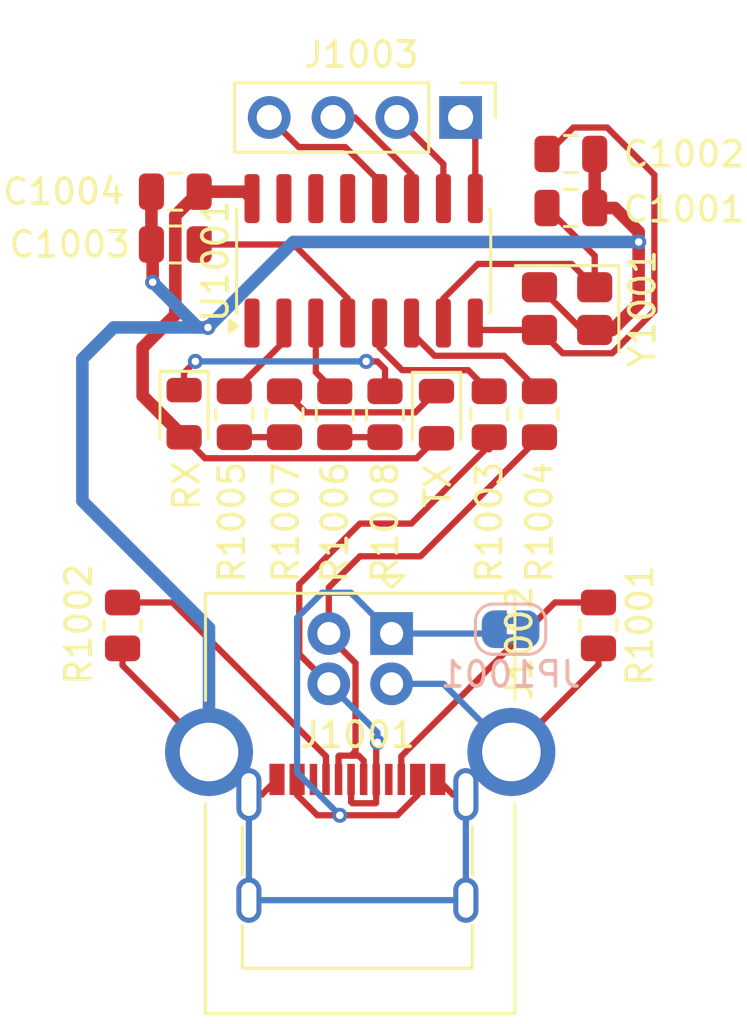
<source format=kicad_pcb>
(kicad_pcb (version 20241229) (generator "pcbnew") (generator_version "9.0")
  (layers (0 "F.Cu" signal) (2 "B.Cu" signal) (13 "F.Paste" user) (15 "B.Paste" user) (5 "F.SilkS" user "F.Silkscreen") (7 "B.SilkS" user "B.Silkscreen") (1 "F.Mask" user) (3 "B.Mask" user) (25 "Edge.Cuts" user))
  (net 0 "")
  (net 1 "Net-(U1001-XI)")
  (net 2 "/GND")
  (net 3 "/Vcc")
  (net 4 "Net-(U1001-XO)")
  (net 5 "Net-(U1001-V3)")
  (net 6 "Net-(D1001-K)")
  (net 7 "Net-(D1002-K)")
  (net 9 "Net-(J1001-CC1)")
  (net 10 "Net-(J1002-D+)")
  (net 11 "Net-(J1002-VBUS)")
  (net 12 "Net-(J1001-CC2)")
  (net 13 "Net-(J1002-D-)")
  (net 15 "Net-(J1003-Pin_4)")
  (net 16 "Net-(J1003-Pin_1)")
  (net 17 "Net-(J1003-Pin_3)")
  (net 18 "Net-(J1003-Pin_2)")
  (net 19 "/5Vusb")
  (net 20 "/TX")
  (net 21 "Net-(U1001-UD+)")
  (net 22 "/RX")
  (net 23 "Net-(U1001-UD-)")
  (net 24 "Net-(U1001-TXD)")
  (net 25 "Net-(U1001-RXD)")
  (net 26 "/DTR")
  (footprint "Diode_SMD:D_0805_2012Metric" (layer "F.Cu") (at 81.45 72.23 -90)
    (property "Reference" "RX" (at 2.87 -0.1 90) (layer "F.SilkS"))
    (property "Value" "LED_RX")
    (fp_line (start -1.685 0.96) (end 1 0.96) (stroke (width 0.12)) (layer "F.SilkS"))
    (fp_line (start -1.685 -0.96) (end -1.685 0.96) (stroke (width 0.12)) (layer "F.SilkS"))
    (fp_line (start 1 -0.96) (end -1.685 -0.96) (stroke (width 0.12)) (layer "F.SilkS"))
    (pad "1" smd roundrect (at -0.9375 0 270) (size 0.975 1.4) (layers "F.Cu" "F.Mask" "F.Paste") (net 7 "Net-(D1002-K)"))
    (pad "2" smd roundrect (at 0.9375 0 270) (size 0.975 1.4) (layers "F.Cu" "F.Mask" "F.Paste") (net 3 "/Vcc"))
  )
  (footprint "Resistor_SMD:R_0805_2012Metric" (layer "F.Cu") (at 89.45 72.25 90)
    (property "Reference" "R1008" (at -4.3 0 90) (layer "F.SilkS"))
    (property "Value" "1k")
    (fp_line (start -0.227064 -0.735) (end 0.227064 -0.735) (stroke (width 0.12)) (layer "F.SilkS"))
    (fp_line (start -0.227064 0.735) (end 0.227064 0.735) (stroke (width 0.12)) (layer "F.SilkS"))
    (pad "1" smd roundrect (at -0.9125 0 90) (size 1.025 1.4) (layers "F.Cu" "F.Mask" "F.Paste") (roundrect_rratio 0.243902) (net 22 "/RX"))
    (pad "2" smd roundrect (at 0.9125 0 90) (size 1.025 1.4) (layers "F.Cu" "F.Mask" "F.Paste") (roundrect_rratio 0.243902) (net 7 "Net-(D1002-K)"))
  )
  (footprint "Capacitor_SMD:C_0805_2012Metric" (layer "F.Cu") (at 96.85 61.9)
    (property "Reference" "C1002" (at 4.5 0.01 0) (layer "F.SilkS"))
    (property "Value" "22pF")
    (fp_line (start -0.261252 -0.735) (end 0.261252 -0.735) (stroke (width 0.12)) (layer "F.SilkS"))
    (fp_line (start -0.261252 0.735) (end 0.261252 0.735) (stroke (width 0.12)) (layer "F.SilkS"))
    (pad "1" smd roundrect (at -0.95 0) (size 1 1.45) (layers "F.Cu" "F.Mask" "F.Paste") (net 4 "Net-(U1001-XO)"))
    (pad "2" smd roundrect (at 0.95 0) (size 1 1.45) (layers "F.Cu" "F.Mask" "F.Paste") (net 2 "/GND"))
  )
  (footprint "Connector_USB:USB_C_Receptacle_G-Switch_GT-USB-7010ASV" (layer "F.Cu") (at 88.35 90.5)
    (property "Reference" "J1001" (at 0 -5.5 0) (layer "F.SilkS"))
    (property "Value" "USB_C_Receptacle_USB2.0")
    (fp_line (start -4.58 -1.85) (end -4.58 0.07) (stroke (width 0.12)) (layer "F.SilkS"))
    (fp_line (start -4.58 3.785) (end -4.58 2.08) (stroke (width 0.12)) (layer "F.SilkS"))
    (fp_line (start 4.58 0.07) (end 4.58 -1.85) (stroke (width 0.12)) (layer "F.SilkS"))
    (fp_line (start 4.58 2.08) (end 4.58 3.785) (stroke (width 0.12)) (layer "F.SilkS"))
    (fp_line (start 4.58 3.785) (end -4.58 3.785) (stroke (width 0.12)) (layer "F.SilkS"))
    (pad "" np_thru_hole circle (at -2.89 -2.605) (size 0.65 0.65) (drill 0.65) (layers "*.Cu" "*.Mask"))
    (pad "" np_thru_hole circle (at 2.89 -2.605) (size 0.65 0.65) (drill 0.65) (layers "*.Cu" "*.Mask"))
    (pad "A1" smd rect (at -3.2 -3.725) (size 0.6 1.24) (layers "F.Cu" "F.Mask" "F.Paste") (net 2 "/GND"))
    (pad "A4" smd rect (at -2.4 -3.725) (size 0.6 1.24) (layers "F.Cu" "F.Mask" "F.Paste") (net 11 "Net-(J1002-VBUS)"))
    (pad "A5" smd rect (at -1.25 -3.725) (size 0.3 1.24) (layers "F.Cu" "F.Mask" "F.Paste") (net 9 "Net-(J1001-CC1)"))
    (pad "A6" smd rect (at -0.25 -3.725) (size 0.3 1.24) (layers "F.Cu" "F.Mask" "F.Paste") (net 10 "Net-(J1002-D+)"))
    (pad "A7" smd rect (at 0.25 -3.725) (size 0.3 1.24) (layers "F.Cu" "F.Mask" "F.Paste") (net 13 "Net-(J1002-D-)"))
    (pad "A8" smd rect (at 1.25 -3.725) (size 0.3 1.24) (layers "F.Cu" "F.Mask" "F.Paste"))
    (pad "A9" smd rect (at 2.4 -3.725) (size 0.6 1.24) (layers "F.Cu" "F.Mask" "F.Paste") (net 11 "Net-(J1002-VBUS)"))
    (pad "A12" smd rect (at 3.2 -3.725) (size 0.6 1.24) (layers "F.Cu" "F.Mask" "F.Paste") (net 2 "/GND"))
    (pad "B1" smd rect (at 3.2 -3.725) (size 0.6 1.24) (layers "F.Cu" "F.Mask" "F.Paste") (net 2 "/GND"))
    (pad "B4" smd rect (at 2.4 -3.725) (size 0.6 1.24) (layers "F.Cu" "F.Mask" "F.Paste") (net 11 "Net-(J1002-VBUS)"))
    (pad "B5" smd rect (at 1.75 -3.725) (size 0.3 1.24) (layers "F.Cu" "F.Mask" "F.Paste") (net 12 "Net-(J1001-CC2)"))
    (pad "B6" smd rect (at 0.75 -3.725) (size 0.3 1.24) (layers "F.Cu" "F.Mask" "F.Paste") (net 10 "Net-(J1002-D+)"))
    (pad "B7" smd rect (at -0.75 -3.725) (size 0.3 1.24) (layers "F.Cu" "F.Mask" "F.Paste") (net 13 "Net-(J1002-D-)"))
    (pad "B8" smd rect (at -1.75 -3.725) (size 0.3 1.24) (layers "F.Cu" "F.Mask" "F.Paste"))
    (pad "B9" smd rect (at -2.4 -3.725) (size 0.6 1.24) (layers "F.Cu" "F.Mask" "F.Paste") (net 11 "Net-(J1002-VBUS)"))
    (pad "B12" smd rect (at -3.2 -3.725) (size 0.6 1.24) (layers "F.Cu" "F.Mask" "F.Paste") (net 2 "/GND"))
    (pad "S1" thru_hole oval (at -4.32 -3.125) (size 1 2.1) (drill oval 0.6 1.7) (property pad_prop_heatsink) (layers "*.Cu" "*.Mask") (net 2 "/GND"))
    (pad "S1" thru_hole oval (at -4.32 1.075) (size 1 1.8) (drill oval 0.6 1.4) (property pad_prop_heatsink) (layers "*.Cu" "*.Mask") (net 2 "/GND"))
    (pad "S1" thru_hole oval (at 4.32 -3.125) (size 1 2.1) (drill oval 0.6 1.7) (property pad_prop_heatsink) (layers "*.Cu" "*.Mask") (net 2 "/GND"))
    (pad "S1" thru_hole oval (at 4.32 1.075) (size 1 1.8) (drill oval 0.6 1.4) (property pad_prop_heatsink) (layers "*.Cu" "*.Mask") (net 2 "/GND"))
  )
  (footprint "Package_SO:SOIC-16_3.9x9.9mm_P1.27mm" (layer "F.Cu") (at 88.6 66.15 90)
    (property "Reference" "U1001" (at 0 -5.9 90) (layer "F.SilkS"))
    (property "Value" "CH340G")
    (fp_line (start 2.06 -5.06) (end 2.06 -5.005) (stroke (width 0.12)) (layer "F.SilkS"))
    (fp_line (start -2.06 -5.06) (end 2.06 -5.06) (stroke (width 0.12)) (layer "F.SilkS"))
    (fp_line (start -2.06 -5.005) (end -2.06 -5.06) (stroke (width 0.12)) (layer "F.SilkS"))
    (fp_line (start 2.06 5.005) (end 2.06 5.06) (stroke (width 0.12)) (layer "F.SilkS"))
    (fp_line (start 2.06 5.06) (end -2.06 5.06) (stroke (width 0.12)) (layer "F.SilkS"))
    (fp_line (start -2.06 5.06) (end -2.06 5.005) (stroke (width 0.12)) (layer "F.SilkS"))
    (fp_poly (pts (xy -2.6 -5.01) (xy -2.84 -5.34) (xy -2.36 -5.34)) (stroke (width 0.12)) (fill yes) (layer "F.SilkS"))
    (pad "1" smd roundrect (at -2.475 -4.445 90) (size 1.95 0.6) (layers "F.Cu" "F.Mask" "F.Paste") (net 2 "/GND"))
    (pad "2" smd roundrect (at -2.475 -3.175 90) (size 1.95 0.6) (layers "F.Cu" "F.Mask" "F.Paste") (net 24 "Net-(U1001-TXD)"))
    (pad "3" smd roundrect (at -2.475 -1.905 90) (size 1.95 0.6) (layers "F.Cu" "F.Mask" "F.Paste") (net 25 "Net-(U1001-RXD)"))
    (pad "4" smd roundrect (at -2.475 -0.635 90) (size 1.95 0.6) (layers "F.Cu" "F.Mask" "F.Paste") (net 5 "Net-(U1001-V3)"))
    (pad "5" smd roundrect (at -2.475 0.635 90) (size 1.95 0.6) (layers "F.Cu" "F.Mask" "F.Paste") (net 21 "Net-(U1001-UD+)"))
    (pad "6" smd roundrect (at -2.475 1.905 90) (size 1.95 0.6) (layers "F.Cu" "F.Mask" "F.Paste") (net 23 "Net-(U1001-UD-)"))
    (pad "7" smd roundrect (at -2.475 3.175 90) (size 1.95 0.6) (layers "F.Cu" "F.Mask" "F.Paste") (net 1 "Net-(U1001-XI)"))
    (pad "8" smd roundrect (at -2.475 4.445 90) (size 1.95 0.6) (layers "F.Cu" "F.Mask" "F.Paste") (net 4 "Net-(U1001-XO)"))
    (pad "9" smd roundrect (at 2.475 4.445 90) (size 1.95 0.6) (layers "F.Cu" "F.Mask" "F.Paste") (net 16 "Net-(J1003-Pin_1)"))
    (pad "10" smd roundrect (at 2.475 3.175 90) (size 1.95 0.6) (layers "F.Cu" "F.Mask" "F.Paste") (net 18 "Net-(J1003-Pin_2)"))
    (pad "11" smd roundrect (at 2.475 1.905 90) (size 1.95 0.6) (layers "F.Cu" "F.Mask" "F.Paste") (net 17 "Net-(J1003-Pin_3)"))
    (pad "12" smd roundrect (at 2.475 0.635 90) (size 1.95 0.6) (layers "F.Cu" "F.Mask" "F.Paste") (net 15 "Net-(J1003-Pin_4)"))
    (pad "13" smd roundrect (at 2.475 -0.635 90) (size 1.95 0.6) (layers "F.Cu" "F.Mask" "F.Paste") (net 26 "/DTR"))
    (pad "14" smd roundrect (at 2.475 -1.905 90) (size 1.95 0.6) (layers "F.Cu" "F.Mask" "F.Paste"))
    (pad "15" smd roundrect (at 2.475 -3.175 90) (size 1.95 0.6) (layers "F.Cu" "F.Mask" "F.Paste"))
    (pad "16" smd roundrect (at 2.475 -4.445 90) (size 1.95 0.6) (layers "F.Cu" "F.Mask" "F.Paste") (net 3 "/Vcc"))
  )
  (footprint "Resistor_SMD:R_0805_2012Metric" (layer "F.Cu") (at 97.95 80.65 -90)
    (property "Reference" "R1001" (at 0 -1.65 90) (layer "F.SilkS"))
    (property "Value" "5k1")
    (fp_line (start -0.227064 0.735) (end 0.227064 0.735) (stroke (width 0.12)) (layer "F.SilkS"))
    (fp_line (start -0.227064 -0.735) (end 0.227064 -0.735) (stroke (width 0.12)) (layer "F.SilkS"))
    (pad "1" smd roundrect (at -0.9125 0 270) (size 1.025 1.4) (layers "F.Cu" "F.Mask" "F.Paste") (roundrect_rratio 0.243902) (net 12 "Net-(J1001-CC2)"))
    (pad "2" smd roundrect (at 0.9125 0 270) (size 1.025 1.4) (layers "F.Cu" "F.Mask" "F.Paste") (roundrect_rratio 0.243902) (net 2 "/GND"))
  )
  (footprint "Capacitor_SMD:C_0805_2012Metric" (layer "F.Cu") (at 81.1 65.5 180)
    (property "Reference" "C1003" (at 4.2 0 0) (layer "F.SilkS"))
    (property "Value" "100nF")
    (fp_line (start -0.261252 0.735) (end 0.261252 0.735) (stroke (width 0.12)) (layer "F.SilkS"))
    (fp_line (start -0.261252 -0.735) (end 0.261252 -0.735) (stroke (width 0.12)) (layer "F.SilkS"))
    (pad "1" smd roundrect (at -0.95 0 180) (size 1 1.45) (layers "F.Cu" "F.Mask" "F.Paste") (net 5 "Net-(U1001-V3)"))
    (pad "2" smd roundrect (at 0.95 0 180) (size 1 1.45) (layers "F.Cu" "F.Mask" "F.Paste") (net 2 "/GND"))
  )
  (footprint "Connector_USB:USB_B_OST_USB-B1HSxx_Horizontal" (layer "F.Cu") (at 89.7125 80.9725 -90)
    (property "Reference" "J1002" (at 0.3775 -5.0875 90) (layer "F.SilkS"))
    (property "Value" "USB_B")
    (fp_line (start -1.6 7.41) (end 2.66 7.41) (stroke (width 0.12)) (layer "F.SilkS"))
    (fp_line (start 15.12 7.41) (end 6.76 7.41) (stroke (width 0.12)) (layer "F.SilkS"))
    (fp_line (start -2.32 0.5) (end -1.82 0) (stroke (width 0.12)) (layer "F.SilkS"))
    (fp_line (start -1.82 0) (end -2.32 -0.5) (stroke (width 0.12)) (layer "F.SilkS"))
    (fp_line (start -2.32 -0.5) (end -2.32 0.5) (stroke (width 0.12)) (layer "F.SilkS"))
    (fp_line (start -1.6 -4.91) (end -1.6 7.41) (stroke (width 0.12)) (layer "F.SilkS"))
    (fp_line (start 2.66 -4.91) (end -1.6 -4.91) (stroke (width 0.12)) (layer "F.SilkS"))
    (fp_line (start 6.76 -4.91) (end 15.12 -4.91) (stroke (width 0.12)) (layer "F.SilkS"))
    (fp_line (start 15.12 -4.91) (end 15.12 7.41) (stroke (width 0.12)) (layer "F.SilkS"))
    (pad "1" thru_hole rect (at 0 0 270) (size 1.7 1.7) (drill 0.92) (layers "*.Cu" "*.Mask") (net 11 "Net-(J1002-VBUS)"))
    (pad "2" thru_hole circle (at 0 2.5 270) (size 1.7 1.7) (drill 0.92) (layers "*.Cu" "*.Mask") (net 13 "Net-(J1002-D-)"))
    (pad "3" thru_hole circle (at 2 2.5 270) (size 1.7 1.7) (drill 0.92) (layers "*.Cu" "*.Mask") (net 10 "Net-(J1002-D+)"))
    (pad "4" thru_hole circle (at 2 0 270) (size 1.7 1.7) (drill 0.92) (layers "*.Cu" "*.Mask") (net 2 "/GND"))
    (pad "5" thru_hole circle (at 4.71 -4.77 270) (size 3.5 3.5) (drill 2.33) (layers "*.Cu" "*.Mask") (net 2 "/GND"))
    (pad "5" thru_hole circle (at 4.71 7.27 270) (size 3.5 3.5) (drill 2.33) (layers "*.Cu" "*.Mask") (net 2 "/GND"))
  )
  (footprint "Capacitor_SMD:C_0805_2012Metric" (layer "F.Cu") (at 81.1 63.4 180)
    (property "Reference" "C1004" (at 4.45 0 0) (layer "F.SilkS"))
    (property "Value" "100nF")
    (fp_line (start -0.261252 0.735) (end 0.261252 0.735) (stroke (width 0.12)) (layer "F.SilkS"))
    (fp_line (start -0.261252 -0.735) (end 0.261252 -0.735) (stroke (width 0.12)) (layer "F.SilkS"))
    (pad "1" smd roundrect (at -0.95 0 180) (size 1 1.45) (layers "F.Cu" "F.Mask" "F.Paste") (net 3 "/Vcc"))
    (pad "2" smd roundrect (at 0.95 0 180) (size 1 1.45) (layers "F.Cu" "F.Mask" "F.Paste") (net 2 "/GND"))
  )
  (footprint "Crystal:Crystal_SMD_Abracon_ABM8G-4Pin_3.2x2.5mm" (layer "F.Cu") (at 96.7 68.05 180)
    (property "Reference" "Y1001" (at -3 0 90) (layer "F.SilkS"))
    (property "Value" "12Mhz")
    (fp_line (start -2.06 1.71) (end 2.06 1.71) (stroke (width 0.12)) (layer "F.SilkS"))
    (fp_line (start -2.06 -1.71) (end -2.06 1.71) (stroke (width 0.12)) (layer "F.SilkS"))
    (pad "1" smd roundrect (at -1.1 0.85 180) (size 1.4 1.2) (layers "F.Cu" "F.Mask" "F.Paste") (roundrect_rratio 0.208333) (net 1 "Net-(U1001-XI)"))
    (pad "2" smd roundrect (at 1.1 0.85 180) (size 1.4 1.2) (layers "F.Cu" "F.Mask" "F.Paste") (roundrect_rratio 0.208333) (net 2 "/GND"))
    (pad "3" smd roundrect (at 1.1 -0.85 180) (size 1.4 1.2) (layers "F.Cu" "F.Mask" "F.Paste") (roundrect_rratio 0.208333) (net 4 "Net-(U1001-XO)"))
    (pad "4" smd roundrect (at -1.1 -0.85 180) (size 1.4 1.2) (layers "F.Cu" "F.Mask" "F.Paste") (roundrect_rratio 0.208333) (net 2 "/GND"))
  )
  (footprint "Resistor_SMD:R_0805_2012Metric" (layer "F.Cu") (at 83.45 72.25 -90)
    (property "Reference" "R1005" (at 4.3 0.1 90) (layer "F.SilkS"))
    (property "Value" "1k")
    (fp_line (start -0.227064 0.735) (end 0.227064 0.735) (stroke (width 0.12)) (layer "F.SilkS"))
    (fp_line (start -0.227064 -0.735) (end 0.227064 -0.735) (stroke (width 0.12)) (layer "F.SilkS"))
    (pad "1" smd roundrect (at -0.9125 0 270) (size 1.025 1.4) (layers "F.Cu" "F.Mask" "F.Paste") (roundrect_rratio 0.243902) (net 24 "Net-(U1001-TXD)"))
    (pad "2" smd roundrect (at 0.9125 0 270) (size 1.025 1.4) (layers "F.Cu" "F.Mask" "F.Paste") (roundrect_rratio 0.243902) (net 20 "/TX"))
  )
  (footprint "Resistor_SMD:R_0805_2012Metric" (layer "F.Cu") (at 87.45 72.25 -90)
    (property "Reference" "R1006" (at 4.3 0 90) (layer "F.SilkS"))
    (property "Value" "1k")
    (fp_line (start -0.227064 0.735) (end 0.227064 0.735) (stroke (width 0.12)) (layer "F.SilkS"))
    (fp_line (start -0.227064 -0.735) (end 0.227064 -0.735) (stroke (width 0.12)) (layer "F.SilkS"))
    (pad "1" smd roundrect (at -0.9125 0 270) (size 1.025 1.4) (layers "F.Cu" "F.Mask" "F.Paste") (roundrect_rratio 0.243902) (net 25 "Net-(U1001-RXD)"))
    (pad "2" smd roundrect (at 0.9125 0 270) (size 1.025 1.4) (layers "F.Cu" "F.Mask" "F.Paste") (roundrect_rratio 0.243902) (net 22 "/RX"))
  )
  (footprint "Resistor_SMD:R_0805_2012Metric" (layer "F.Cu") (at 79 80.65 -90)
    (property "Reference" "R1002" (at -0.05 1.75 90) (layer "F.SilkS"))
    (property "Value" "5k1")
    (fp_line (start -0.227064 0.735) (end 0.227064 0.735) (stroke (width 0.12)) (layer "F.SilkS"))
    (fp_line (start -0.227064 -0.735) (end 0.227064 -0.735) (stroke (width 0.12)) (layer "F.SilkS"))
    (pad "1" smd roundrect (at -0.9125 0 270) (size 1.025 1.4) (layers "F.Cu" "F.Mask" "F.Paste") (roundrect_rratio 0.243902) (net 9 "Net-(J1001-CC1)"))
    (pad "2" smd roundrect (at 0.9125 0 270) (size 1.025 1.4) (layers "F.Cu" "F.Mask" "F.Paste") (roundrect_rratio 0.243902) (net 2 "/GND"))
  )
  (footprint "Capacitor_SMD:C_0805_2012Metric" (layer "F.Cu") (at 96.85 64.05)
    (property "Reference" "C1001" (at 4.5 0.05 0) (layer "F.SilkS"))
    (property "Value" "22pF")
    (fp_line (start -0.261252 -0.735) (end 0.261252 -0.735) (stroke (width 0.12)) (layer "F.SilkS"))
    (fp_line (start -0.261252 0.735) (end 0.261252 0.735) (stroke (width 0.12)) (layer "F.SilkS"))
    (pad "1" smd roundrect (at -0.95 0) (size 1 1.45) (layers "F.Cu" "F.Mask" "F.Paste") (net 1 "Net-(U1001-XI)"))
    (pad "2" smd roundrect (at 0.95 0) (size 1 1.45) (layers "F.Cu" "F.Mask" "F.Paste") (net 2 "/GND"))
  )
  (footprint "Connector_PinHeader_2.54mm:PinHeader_1x04_P2.54mm_Vertical" (layer "F.Cu") (at 92.46 60.45 -90)
    (property "Reference" "J1003" (at -2.5 3.96 180) (layer "F.SilkS"))
    (property "Value" "Conn_01x04")
    (fp_line (start -1.38 9) (end 1.38 9) (stroke (width 0.12)) (layer "F.SilkS"))
    (fp_line (start -1.38 1.27) (end -1.38 9) (stroke (width 0.12)) (layer "F.SilkS"))
    (fp_line (start -1.38 1.27) (end 1.38 1.27) (stroke (width 0.12)) (layer "F.SilkS"))
    (fp_line (start 1.38 1.27) (end 1.38 9) (stroke (width 0.12)) (layer "F.SilkS"))
    (fp_line (start -1.38 0) (end -1.38 -1.38) (stroke (width 0.12)) (layer "F.SilkS"))
    (fp_line (start -1.38 -1.38) (end 0 -1.38) (stroke (width 0.12)) (layer "F.SilkS"))
    (pad "1" thru_hole rect (at 0 0 270) (size 1.7 1.7) (drill 1) (layers "*.Cu" "*.Mask") (net 16 "Net-(J1003-Pin_1)"))
    (pad "2" thru_hole circle (at 0 2.54 270) (size 1.7 1.7) (drill 1) (layers "*.Cu" "*.Mask") (net 18 "Net-(J1003-Pin_2)"))
    (pad "3" thru_hole circle (at 0 5.08 270) (size 1.7 1.7) (drill 1) (layers "*.Cu" "*.Mask") (net 17 "Net-(J1003-Pin_3)"))
    (pad "4" thru_hole circle (at 0 7.62 270) (size 1.7 1.7) (drill 1) (layers "*.Cu" "*.Mask") (net 15 "Net-(J1003-Pin_4)"))
  )
  (footprint "Resistor_SMD:R_0805_2012Metric" (layer "F.Cu") (at 93.6 72.25 90)
    (property "Reference" "R1003" (at -4.3 0 90) (layer "F.SilkS"))
    (property "Value" "51")
    (fp_line (start -0.227064 -0.735) (end 0.227064 -0.735) (stroke (width 0.12)) (layer "F.SilkS"))
    (fp_line (start -0.227064 0.735) (end 0.227064 0.735) (stroke (width 0.12)) (layer "F.SilkS"))
    (pad "1" smd roundrect (at -0.9125 0 90) (size 1.025 1.4) (layers "F.Cu" "F.Mask" "F.Paste") (roundrect_rratio 0.243902) (net 10 "Net-(J1002-D+)"))
    (pad "2" smd roundrect (at 0.9125 0 90) (size 1.025 1.4) (layers "F.Cu" "F.Mask" "F.Paste") (roundrect_rratio 0.243902) (net 21 "Net-(U1001-UD+)"))
  )
  (footprint "Diode_SMD:D_0805_2012Metric" (layer "F.Cu") (at 91.5 72.27 -90)
    (property "Reference" "TX" (at 2.83 -0.05 90) (layer "F.SilkS"))
    (property "Value" "LED_TX")
    (fp_line (start -1.685 0.96) (end 1 0.96) (stroke (width 0.12)) (layer "F.SilkS"))
    (fp_line (start -1.685 -0.96) (end -1.685 0.96) (stroke (width 0.12)) (layer "F.SilkS"))
    (fp_line (start 1 -0.96) (end -1.685 -0.96) (stroke (width 0.12)) (layer "F.SilkS"))
    (pad "1" smd roundrect (at -0.9375 0 270) (size 0.975 1.4) (layers "F.Cu" "F.Mask" "F.Paste") (net 6 "Net-(D1001-K)"))
    (pad "2" smd roundrect (at 0.9375 0 270) (size 0.975 1.4) (layers "F.Cu" "F.Mask" "F.Paste") (net 3 "/Vcc"))
  )
  (footprint "Resistor_SMD:R_0805_2012Metric" (layer "F.Cu") (at 85.45 72.25 90)
    (property "Reference" "R1007" (at -4.3 0.05 90) (layer "F.SilkS"))
    (property "Value" "1k")
    (fp_line (start -0.227064 -0.735) (end 0.227064 -0.735) (stroke (width 0.12)) (layer "F.SilkS"))
    (fp_line (start -0.227064 0.735) (end 0.227064 0.735) (stroke (width 0.12)) (layer "F.SilkS"))
    (pad "1" smd roundrect (at -0.9125 0 90) (size 1.025 1.4) (layers "F.Cu" "F.Mask" "F.Paste") (roundrect_rratio 0.243902) (net 20 "/TX"))
    (pad "2" smd roundrect (at 0.9125 0 90) (size 1.025 1.4) (layers "F.Cu" "F.Mask" "F.Paste") (roundrect_rratio 0.243902) (net 6 "Net-(D1001-K)"))
  )
  (footprint "Resistor_SMD:R_0805_2012Metric" (layer "F.Cu") (at 95.6 72.25 90)
    (property "Reference" "R1004" (at -4.3 0 90) (layer "F.SilkS"))
    (property "Value" "51")
    (fp_line (start -0.227064 -0.735) (end 0.227064 -0.735) (stroke (width 0.12)) (layer "F.SilkS"))
    (fp_line (start -0.227064 0.735) (end 0.227064 0.735) (stroke (width 0.12)) (layer "F.SilkS"))
    (pad "1" smd roundrect (at -0.9125 0 90) (size 1.025 1.4) (layers "F.Cu" "F.Mask" "F.Paste") (roundrect_rratio 0.243902) (net 13 "Net-(J1002-D-)"))
    (pad "2" smd roundrect (at 0.9125 0 90) (size 1.025 1.4) (layers "F.Cu" "F.Mask" "F.Paste") (roundrect_rratio 0.243902) (net 23 "Net-(U1001-UD-)"))
  )
  (footprint "Jumper:SolderJumper-2_P1.3mm_Bridged2Bar_RoundedPad1.0x1.5mm" (layer "B.Cu") (at 94.45 80.8)
    (property "Reference" "JP1001" (at 0 1.8 0) (layer "B.SilkS") (effects (justify mirror)))
    (property "Value" "Vusb")
    (fp_poly (pts (xy -0.25 -0.2) (xy 0.25 -0.2) (xy 0.25 -0.6) (xy -0.25 -0.6)) (fill yes) (layer "B.Cu"))
    (fp_poly (pts (xy -0.25 0.6) (xy 0.25 0.6) (xy 0.25 0.2) (xy -0.25 0.2)) (fill yes) (layer "B.Cu"))
    (fp_line (start -1.4 -0.3) (end -1.4 0.3) (stroke (width 0.12)) (layer "B.SilkS"))
    (fp_line (start -0.7 1) (end 0.7 1) (stroke (width 0.12)) (layer "B.SilkS"))
    (fp_line (start 0.7 -1) (end -0.7 -1) (stroke (width 0.12)) (layer "B.SilkS"))
    (fp_line (start 1.4 0.3) (end 1.4 -0.3) (stroke (width 0.12)) (layer "B.SilkS"))
    (fp_arc (start -1.4 -0.3) (mid -1.194975 -0.794975) (end -0.7 -1) (stroke (width 0.12)) (layer "B.SilkS"))
    (fp_arc (start -0.7 1) (mid -1.194975 0.794975) (end -1.4 0.3) (stroke (width 0.12)) (layer "B.SilkS"))
    (fp_arc (start 0.7 -1) (mid 1.194975 -0.794975) (end 1.4 -0.3) (stroke (width 0.12)) (layer "B.SilkS"))
    (fp_arc (start 1.4 0.3) (mid 1.194975 0.794975) (end 0.7 1) (stroke (width 0.12)) (layer "B.SilkS"))
    (pad "1" smd custom (at -0.65 0) (size 1 0.5) (layers "B.Cu" "B.Mask") (net 11 "Net-(J1002-VBUS)") (options (clearance outline) (anchor rect)) (primitives (gr_circle (center 0 -0.25) (end 0.5 -0.25) (width 0) (fill yes)) (gr_circle (center 0 0.25) (end 0.5 0.25) (width 0) (fill yes)) (gr_poly (pts (xy 0.5 -0.75) (xy 0 -0.75) (xy 0 0.75) (xy 0.5 0.75)) (width 0) (fill yes))))
    (pad "2" smd custom (at 0.65 0) (size 1 0.5) (layers "B.Cu" "B.Mask") (net 19 "/5Vusb") (options (clearance outline) (anchor rect)) (primitives (gr_circle (center 0 -0.25) (end 0.5 -0.25) (width 0) (fill yes)) (gr_circle (center 0 0.25) (end 0.5 0.25) (width 0) (fill yes)) (gr_poly (pts (xy 0 -0.75) (xy -0.5 -0.75) (xy -0.5 0.75) (xy 0 0.75)) (width 0) (fill yes))))
  )
  (segment (start 96.874 66.274) (end 93.151001 66.274) (width 0.25) (layer "F.Cu") (net 1))
  (segment (start 97.8 67.2) (end 97.8 65.95) (width 0.25) (layer "F.Cu") (net 1))
  (segment (start 93.151001 66.274) (end 91.775 67.650001) (width 0.25) (layer "F.Cu") (net 1))
  (segment (start 91.775 67.650001) (end 91.775 68.625) (width 0.25) (layer "F.Cu") (net 1))
  (segment (start 97.8 65.95) (end 95.9 64.05) (width 0.25) (layer "F.Cu") (net 1))
  (segment (start 97.8 67.2) (end 96.874 66.274) (width 0.25) (layer "F.Cu") (net 1))
  (segment (start 79 82.24) (end 79 81.5625) (width 0.25) (layer "F.Cu") (net 2))
  (segment (start 98.6 64.05) (end 97.8 64.05) (width 0.5) (layer "F.Cu") (net 2))
  (segment (start 80.15 65.5) (end 80.15 63.4) (width 0.5) (layer "F.Cu") (net 2))
  (segment (start 99.55 65.4) (end 99.55 65) (width 0.5) (layer "F.Cu") (net 2))
  (segment (start 92.15 87.375) (end 91.55 86.775) (width 0.25) (layer "F.Cu") (net 2))
  (segment (start 97.3 68.9) (end 97.8 68.9) (width 0.25) (layer "F.Cu") (net 2))
  (segment (start 97.95 82.215) (end 97.95 81.5625) (width 0.25) (layer "F.Cu") (net 2))
  (segment (start 94.4825 85.6825) (end 97.95 82.215) (width 0.25) (layer "F.Cu") (net 2))
  (segment (start 99.55 65) (end 98.6 64.05) (width 0.5) (layer "F.Cu") (net 2))
  (segment (start 99.55 67.85) (end 98.5 68.9) (width 0.5) (layer "F.Cu") (net 2))
  (segment (start 80.2 65.55) (end 80.15 65.5) (width 0.5) (layer "F.Cu") (net 2))
  (segment (start 80.2 67) (end 80.2 65.55) (width 0.5) (layer "F.Cu") (net 2))
  (segment (start 82.4425 85.6825) (end 79 82.24) (width 0.25) (layer "F.Cu") (net 2))
  (segment (start 84.03 87.375) (end 84.55 87.375) (width 0.25) (layer "F.Cu") (net 2))
  (segment (start 97.8 64.05) (end 97.8 61.9) (width 0.5) (layer "F.Cu") (net 2))
  (segment (start 92.67 87.375) (end 92.15 87.375) (width 0.25) (layer "F.Cu") (net 2))
  (segment (start 95.6 67.2) (end 97.3 68.9) (width 0.25) (layer "F.Cu") (net 2))
  (segment (start 98.5 68.9) (end 97.8 68.9) (width 0.5) (layer "F.Cu") (net 2))
  (segment (start 84.55 87.375) (end 85.15 86.775) (width 0.25) (layer "F.Cu") (net 2))
  (segment (start 99.55 65.4) (end 99.55 67.85) (width 0.5) (layer "F.Cu") (net 2))
  (via (at 82.4 68.8) (size 0.6) (drill 0.3) (layers "F.Cu" "B.Cu") (net 2))
  (via (at 80.2 67) (size 0.6) (drill 0.3) (layers "F.Cu" "B.Cu") (net 2))
  (via (at 99.55 65.4) (size 0.6) (drill 0.3) (layers "F.Cu" "B.Cu") (net 2))
  (segment (start 82.4425 85.6825) (end 82.4425 80.7425) (width 0.5) (layer "B.Cu") (net 2))
  (segment (start 82.4 68.8) (end 82 68.8) (width 0.5) (layer "B.Cu") (net 2))
  (segment (start 82.4 68.8) (end 85.8 65.4) (width 0.5) (layer "B.Cu") (net 2))
  (segment (start 77.4 75.7) (end 77.4 70.05) (width 0.5) (layer "B.Cu") (net 2))
  (segment (start 84.03 91.575) (end 84.03 87.375) (width 0.25) (layer "B.Cu") (net 2))
  (segment (start 92.67 91.575) (end 84.03 91.575) (width 0.25) (layer "B.Cu") (net 2))
  (segment (start 85.8 65.4) (end 99.55 65.4) (width 0.5) (layer "B.Cu") (net 2))
  (segment (start 78.65 68.8) (end 82.4 68.8) (width 0.5) (layer "B.Cu") (net 2))
  (segment (start 82.4425 80.7425) (end 77.4 75.7) (width 0.5) (layer "B.Cu") (net 2))
  (segment (start 84.03 87.27) (end 82.4425 85.6825) (width 0.25) (layer "B.Cu") (net 2))
  (segment (start 94.4825 85.6825) (end 91.7725 82.9725) (width 0.25) (layer "B.Cu") (net 2))
  (segment (start 82 68.8) (end 80.2 67) (width 0.5) (layer "B.Cu") (net 2))
  (segment (start 77.4 70.05) (end 78.65 68.8) (width 0.5) (layer "B.Cu") (net 2))
  (segment (start 92.67 87.375) (end 92.67 91.575) (width 0.25) (layer "B.Cu") (net 2))
  (segment (start 84.03 87.375) (end 84.03 87.27) (width 0.25) (layer "B.Cu") (net 2))
  (segment (start 91.7725 82.9725) (end 89.7125 82.9725) (width 0.25) (layer "B.Cu") (net 2))
  (segment (start 82.2835 74.001) (end 90.7065 74.001) (width 0.25) (layer "F.Cu") (net 3))
  (segment (start 79.8 71.5175) (end 81.45 73.1675) (width 0.5) (layer "F.Cu") (net 3))
  (segment (start 81.1 68.3) (end 79.8 69.6) (width 0.5) (layer "F.Cu") (net 3))
  (segment (start 90.7065 74.001) (end 91.5 73.2075) (width 0.25) (layer "F.Cu") (net 3))
  (segment (start 82.05 63.4) (end 83.88 63.4) (width 0.5) (layer "F.Cu") (net 3))
  (segment (start 83.88 63.4) (end 84.155 63.675) (width 0.5) (layer "F.Cu") (net 3))
  (segment (start 79.8 69.6) (end 79.8 71.5175) (width 0.5) (layer "F.Cu") (net 3))
  (segment (start 81.45 73.1675) (end 82.2835 74.001) (width 0.25) (layer "F.Cu") (net 3))
  (segment (start 81.1 64.35) (end 81.1 68.3) (width 0.5) (layer "F.Cu") (net 3))
  (segment (start 82.05 63.4) (end 81.1 64.35) (width 0.5) (layer "F.Cu") (net 3))
  (segment (start 100.176 68.145514) (end 98.495514 69.826) (width 0.25) (layer "F.Cu") (net 4))
  (segment (start 98.495514 69.826) (end 96.526 69.826) (width 0.25) (layer "F.Cu") (net 4))
  (segment (start 96.951 60.849) (end 98.295514 60.849) (width 0.25) (layer "F.Cu") (net 4))
  (segment (start 100.176 62.729486) (end 100.176 68.145514) (width 0.25) (layer "F.Cu") (net 4))
  (segment (start 95.6 68.9) (end 93.32 68.9) (width 0.25) (layer "F.Cu") (net 4))
  (segment (start 93.32 68.9) (end 93.045 68.625) (width 0.25) (layer "F.Cu") (net 4))
  (segment (start 95.9 61.9) (end 96.951 60.849) (width 0.25) (layer "F.Cu") (net 4))
  (segment (start 96.526 69.826) (end 95.6 68.9) (width 0.25) (layer "F.Cu") (net 4))
  (segment (start 98.295514 60.849) (end 100.176 62.729486) (width 0.25) (layer "F.Cu") (net 4))
  (segment (start 87.965 68.625) (end 87.965 67.650001) (width 0.25) (layer "F.Cu") (net 5))
  (segment (start 87.965 67.650001) (end 85.814999 65.5) (width 0.25) (layer "F.Cu") (net 5))
  (segment (start 85.814999 65.5) (end 82.05 65.5) (width 0.25) (layer "F.Cu") (net 5))
  (segment (start 91.5 71.3325) (end 90.6565 72.176) (width 0.25) (layer "F.Cu") (net 6))
  (segment (start 86.2885 72.176) (end 85.45 71.3375) (width 0.25) (layer "F.Cu") (net 6))
  (segment (start 90.6565 72.176) (end 86.2885 72.176) (width 0.25) (layer "F.Cu") (net 6))
  (segment (start 81.45 71.2925) (end 81.45 70.6) (width 0.25) (layer "F.Cu") (net 7))
  (segment (start 81.45 70.6) (end 81.9 70.15) (width 0.25) (layer "F.Cu") (net 7))
  (segment (start 88.7 70.15) (end 89.147191 70.15) (width 0.25) (layer "F.Cu") (net 7))
  (segment (start 89.147191 70.15) (end 89.45 70.452809) (width 0.25) (layer "F.Cu") (net 7))
  (segment (start 89.45 70.452809) (end 89.45 71.3375) (width 0.25) (layer "F.Cu") (net 7))
  (via (at 81.9 70.15) (size 0.6) (drill 0.3) (layers "F.Cu" "B.Cu") (net 7))
  (via (at 88.7 70.15) (size 0.6) (drill 0.3) (layers "F.Cu" "B.Cu") (net 7))
  (segment (start 81.9 70.15) (end 88.7 70.15) (width 0.25) (layer "B.Cu") (net 7))
  (segment (start 79 79.7375) (end 80.9845 79.7375) (width 0.25) (layer "F.Cu") (net 9))
  (segment (start 87.1 85.853) (end 87.1 86.775) (width 0.25) (layer "F.Cu") (net 9))
  (segment (start 80.9845 79.7375) (end 87.1 85.853) (width 0.25) (layer "F.Cu") (net 9))
  (segment (start 90.5 76.6) (end 93.6 73.5) (width 0.25) (layer "F.Cu") (net 10))
  (segment (start 87.2125 82.9725) (end 86.0365 81.7965) (width 0.25) (layer "F.Cu") (net 10))
  (segment (start 93.6 73.5) (end 93.6 73.1625) (width 0.25) (layer "F.Cu") (net 10))
  (segment (start 88.1 87.671) (end 88.1 86.775) (width 0.25) (layer "F.Cu") (net 10))
  (segment (start 93.6 73.65) (end 93.6 73.1625) (width 0.25) (layer "F.Cu") (net 10))
  (segment (start 89.1 86.775) (end 89.1 87.7) (width 0.25) (layer "F.Cu") (net 10))
  (segment (start 89.1 85.35) (end 89.1 86.775) (width 0.25) (layer "F.Cu") (net 10))
  (segment (start 89.079 87.721) (end 88.15 87.721) (width 0.25) (layer "F.Cu") (net 10))
  (segment (start 88.45 76.6) (end 90.5 76.6) (width 0.25) (layer "F.Cu") (net 10))
  (segment (start 89.15 85.3) (end 89.1 85.35) (width 0.25) (layer "F.Cu") (net 10))
  (segment (start 89.1 87.7) (end 89.079 87.721) (width 0.25) (layer "F.Cu") (net 10))
  (segment (start 86.0365 81.7965) (end 86.0365 79.0135) (width 0.25) (layer "F.Cu") (net 10))
  (segment (start 88.15 87.721) (end 88.1 87.671) (width 0.25) (layer "F.Cu") (net 10))
  (segment (start 86.0365 79.0135) (end 88.45 76.6) (width 0.25) (layer "F.Cu") (net 10))
  (via (at 89.15 85.3) (size 0.6) (drill 0.3) (layers "F.Cu" "B.Cu") (net 10))
  (segment (start 87.2125 82.9725) (end 89.15 84.91) (width 0.25) (layer "B.Cu") (net 10))
  (segment (start 89.15 84.91) (end 89.15 85.3) (width 0.25) (layer "B.Cu") (net 10))
  (segment (start 86.756364 88.2) (end 87.8 88.2) (width 0.25) (layer "F.Cu") (net 11))
  (segment (start 87.8 88.2) (end 87.7 88.2) (width 0.25) (layer "F.Cu") (net 11))
  (segment (start 85.95 86.775) (end 85.95 87.393636) (width 0.25) (layer "F.Cu") (net 11))
  (segment (start 87.8 88.2) (end 89.943636 88.2) (width 0.25) (layer "F.Cu") (net 11))
  (segment (start 89.943636 88.2) (end 90.75 87.393636) (width 0.25) (layer "F.Cu") (net 11))
  (segment (start 85.95 87.393636) (end 86.756364 88.2) (width 0.25) (layer "F.Cu") (net 11))
  (segment (start 90.75 87.393636) (end 90.75 86.775) (width 0.25) (layer "F.Cu") (net 11))
  (via (at 87.65 88.2) (size 0.6) (drill 0.3) (layers "F.Cu" "B.Cu") (net 11))
  (segment (start 93.8 80.8) (end 93.938966 80.8) (width 0.25) (layer "B.Cu") (net 11))
  (segment (start 85.95 86.5) (end 85.95 80.35) (width 0.25) (layer "B.Cu") (net 11))
  (segment (start 86.95 79.35) (end 88.09 79.35) (width 0.25) (layer "B.Cu") (net 11))
  (segment (start 93.6275 80.9725) (end 93.8 80.8) (width 0.25) (layer "B.Cu") (net 11))
  (segment (start 89.7125 80.9725) (end 93.6275 80.9725) (width 0.25) (layer "B.Cu") (net 11))
  (segment (start 85.95 80.35) (end 86.95 79.35) (width 0.25) (layer "B.Cu") (net 11))
  (segment (start 87.65 88.2) (end 85.95 86.5) (width 0.25) (layer "B.Cu") (net 11))
  (segment (start 88.09 79.35) (end 89.7125 80.9725) (width 0.25) (layer "B.Cu") (net 11))
  (segment (start 96.2155 79.7375) (end 90.1 85.853) (width 0.25) (layer "F.Cu") (net 12))
  (segment (start 90.1 85.853) (end 90.1 86.775) (width 0.25) (layer "F.Cu") (net 12))
  (segment (start 97.95 79.7375) (end 96.2155 79.7375) (width 0.25) (layer "F.Cu") (net 12))
  (segment (start 95.4375 73.1625) (end 95.6 73.1625) (width 0.25) (layer "F.Cu") (net 13))
  (segment (start 88.276 85.653) (end 88.276 82.1485) (width 0.25) (layer "F.Cu") (net 13))
  (segment (start 88.45 77.9) (end 90.8625 77.9) (width 0.25) (layer "F.Cu") (net 13))
  (segment (start 88.276 82.1485) (end 87.1 80.9725) (width 0.25) (layer "F.Cu") (net 13))
  (segment (start 88.403 85.829) (end 88.6 86.026) (width 0.25) (layer "F.Cu") (net 13))
  (segment (start 87.2125 80.9725) (end 87.2125 79.1375) (width 0.25) (layer "F.Cu") (net 13))
  (segment (start 88.1 85.829) (end 88.403 85.829) (width 0.25) (layer "F.Cu") (net 13))
  (segment (start 88.1 85.829) (end 88.276 85.653) (width 0.25) (layer "F.Cu") (net 13))
  (segment (start 87.6 86.775) (end 87.6 85.853) (width 0.25) (layer "F.Cu") (net 13))
  (segment (start 87.6 85.853) (end 87.624 85.829) (width 0.25) (layer "F.Cu") (net 13))
  (segment (start 87.2125 79.1375) (end 88.45 77.9) (width 0.25) (layer "F.Cu") (net 13))
  (segment (start 87.624 85.829) (end 88.1 85.829) (width 0.25) (layer "F.Cu") (net 13))
  (segment (start 88.6 86.026) (end 88.6 86.775) (width 0.25) (layer "F.Cu") (net 13))
  (segment (start 90.8625 77.9) (end 95.6 73.1625) (width 0.25) (layer "F.Cu") (net 13))
  (segment (start 89.235 62.993884) (end 87.867116 61.626) (width 0.25) (layer "F.Cu") (net 15))
  (segment (start 89.235 63.675) (end 89.235 62.993884) (width 0.25) (layer "F.Cu") (net 15))
  (segment (start 87.867116 61.626) (end 86.016 61.626) (width 0.25) (layer "F.Cu") (net 15))
  (segment (start 86.016 61.626) (end 84.84 60.45) (width 0.25) (layer "F.Cu") (net 15))
  (segment (start 93.045 61.035) (end 92.46 60.45) (width 0.25) (layer "F.Cu") (net 16))
  (segment (start 93.045 63.675) (end 93.045 61.035) (width 0.25) (layer "F.Cu") (net 16))
  (segment (start 88.254999 60.45) (end 87.38 60.45) (width 0.25) (layer "F.Cu") (net 17))
  (segment (start 90.505 63.675) (end 90.505 62.700001) (width 0.25) (layer "F.Cu") (net 17))
  (segment (start 90.505 62.700001) (end 88.254999 60.45) (width 0.25) (layer "F.Cu") (net 17))
  (segment (start 91.775 62.305) (end 89.92 60.45) (width 0.25) (layer "F.Cu") (net 18))
  (segment (start 91.775 63.675) (end 91.775 62.305) (width 0.25) (layer "F.Cu") (net 18))
  (segment (start 83.45 73.1625) (end 85.45 73.1625) (width 0.25) (layer "F.Cu") (net 20))
  (segment (start 89.235 69.599999) (end 89.235 68.625) (width 0.25) (layer "F.Cu") (net 21))
  (segment (start 90.134001 70.499) (end 89.235 69.599999) (width 0.25) (layer "F.Cu") (net 21))
  (segment (start 92.7615 70.499) (end 90.134001 70.499) (width 0.25) (layer "F.Cu") (net 21))
  (segment (start 93.6 71.3375) (end 92.7615 70.499) (width 0.25) (layer "F.Cu") (net 21))
  (segment (start 87.45 73.1625) (end 89.45 73.1625) (width 0.25) (layer "F.Cu") (net 22))
  (segment (start 90.505 69.007322) (end 90.505 68.625) (width 0.25) (layer "F.Cu") (net 23))
  (segment (start 91.423678 69.926) (end 90.505 69.007322) (width 0.25) (layer "F.Cu") (net 23))
  (segment (start 94.1885 69.926) (end 91.423678 69.926) (width 0.25) (layer "F.Cu") (net 23))
  (segment (start 95.6 71.3375) (end 94.1885 69.926) (width 0.25) (layer "F.Cu") (net 23))
  (segment (start 83.45 71.3375) (end 85.425 69.3625) (width 0.25) (layer "F.Cu") (net 24))
  (segment (start 85.425 69.3625) (end 85.425 68.625) (width 0.25) (layer "F.Cu") (net 24))
  (segment (start 86.695 70.5825) (end 86.695 68.625) (width 0.25) (layer "F.Cu") (net 25))
  (segment (start 87.45 71.3375) (end 86.695 70.5825) (width 0.25) (layer "F.Cu") (net 25))
)
</source>
